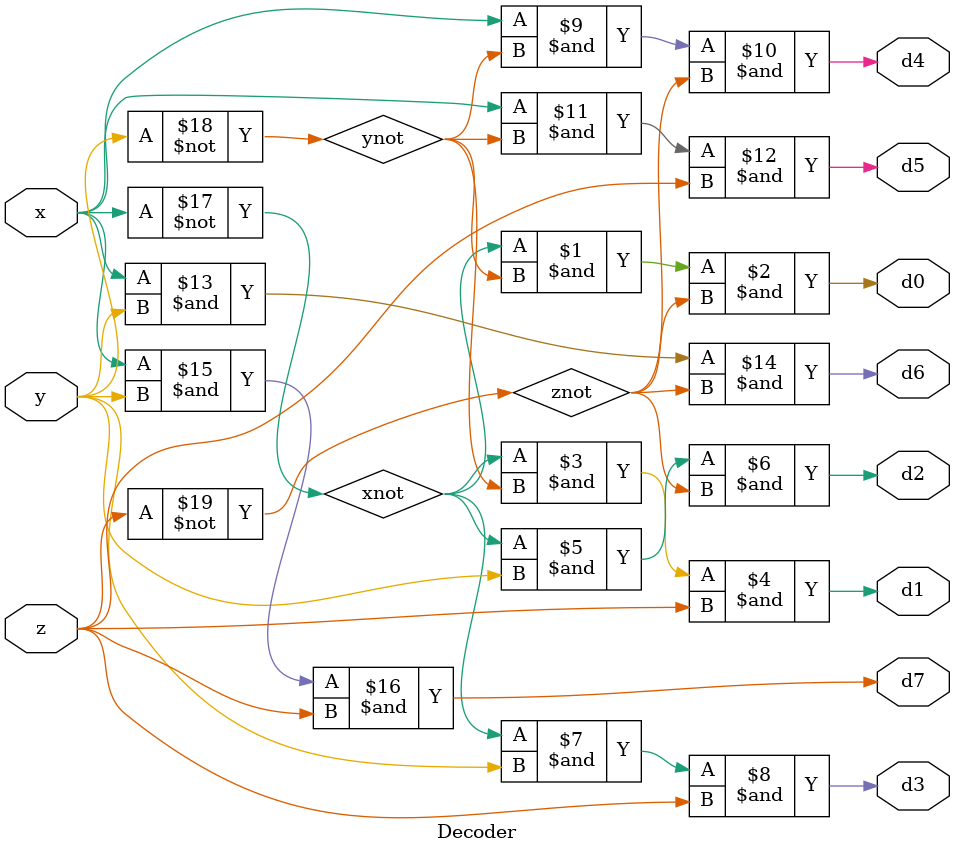
<source format=v>
module Decoder(x,y,z,d0,d1,d2,d3,d4,d5,d6,d7);
input x,y,z;
output d0,d1,d2,d3,d4,d5,d6,d7;
wire xnot,ynot,znot;

not
n1(xnot,x),
n2(ynot,y),
n3(znot,z);

and
a1(d0,xnot,ynot,znot),
a2(d1,xnot,ynot,z),
a3(d2,xnot,y,znot),
a4(d3,xnot,y,z),
a5(d4,x,ynot,znot),
a6(d5,x,ynot,z),
a7(d6,x,y,znot),
a8(d7,x,y,z);

endmodule
</source>
